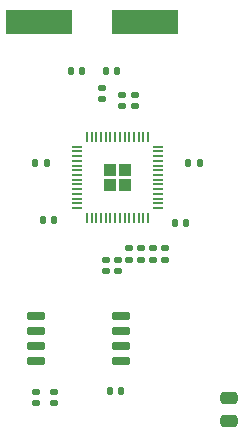
<source format=gbr>
G04 #@! TF.GenerationSoftware,KiCad,Pcbnew,(7.0.0)*
G04 #@! TF.CreationDate,2023-06-23T19:03:52+10:00*
G04 #@! TF.ProjectId,RP2040_minimal,52503230-3430-45f6-9d69-6e696d616c2e,REV1*
G04 #@! TF.SameCoordinates,Original*
G04 #@! TF.FileFunction,Paste,Bot*
G04 #@! TF.FilePolarity,Positive*
%FSLAX46Y46*%
G04 Gerber Fmt 4.6, Leading zero omitted, Abs format (unit mm)*
G04 Created by KiCad (PCBNEW (7.0.0)) date 2023-06-23 19:03:52*
%MOMM*%
%LPD*%
G01*
G04 APERTURE LIST*
G04 Aperture macros list*
%AMRoundRect*
0 Rectangle with rounded corners*
0 $1 Rounding radius*
0 $2 $3 $4 $5 $6 $7 $8 $9 X,Y pos of 4 corners*
0 Add a 4 corners polygon primitive as box body*
4,1,4,$2,$3,$4,$5,$6,$7,$8,$9,$2,$3,0*
0 Add four circle primitives for the rounded corners*
1,1,$1+$1,$2,$3*
1,1,$1+$1,$4,$5*
1,1,$1+$1,$6,$7*
1,1,$1+$1,$8,$9*
0 Add four rect primitives between the rounded corners*
20,1,$1+$1,$2,$3,$4,$5,0*
20,1,$1+$1,$4,$5,$6,$7,0*
20,1,$1+$1,$6,$7,$8,$9,0*
20,1,$1+$1,$8,$9,$2,$3,0*%
G04 Aperture macros list end*
%ADD10RoundRect,0.150000X-0.650000X-0.150000X0.650000X-0.150000X0.650000X0.150000X-0.650000X0.150000X0*%
%ADD11RoundRect,0.140000X0.170000X-0.140000X0.170000X0.140000X-0.170000X0.140000X-0.170000X-0.140000X0*%
%ADD12RoundRect,0.140000X0.140000X0.170000X-0.140000X0.170000X-0.140000X-0.170000X0.140000X-0.170000X0*%
%ADD13RoundRect,0.140000X-0.170000X0.140000X-0.170000X-0.140000X0.170000X-0.140000X0.170000X0.140000X0*%
%ADD14RoundRect,0.140000X-0.140000X-0.170000X0.140000X-0.170000X0.140000X0.170000X-0.140000X0.170000X0*%
%ADD15RoundRect,0.250000X-0.292217X-0.292217X0.292217X-0.292217X0.292217X0.292217X-0.292217X0.292217X0*%
%ADD16RoundRect,0.050000X-0.387500X-0.050000X0.387500X-0.050000X0.387500X0.050000X-0.387500X0.050000X0*%
%ADD17RoundRect,0.050000X-0.050000X-0.387500X0.050000X-0.387500X0.050000X0.387500X-0.050000X0.387500X0*%
%ADD18R,5.600000X2.100000*%
%ADD19RoundRect,0.250000X0.475000X-0.250000X0.475000X0.250000X-0.475000X0.250000X-0.475000X-0.250000X0*%
G04 APERTURE END LIST*
D10*
X153185511Y-114444489D03*
X153185511Y-113174489D03*
X153185511Y-111904489D03*
X153185511Y-110634489D03*
X160385511Y-110634489D03*
X160385511Y-111904489D03*
X160385511Y-113174489D03*
X160385511Y-114444489D03*
D11*
X153235511Y-117979489D03*
X153235511Y-117019489D03*
D12*
X160400511Y-116984489D03*
X159440511Y-116984489D03*
X154091000Y-97682000D03*
X153131000Y-97682000D03*
D13*
X163096000Y-104887000D03*
X163096000Y-105847000D03*
X164096000Y-104887000D03*
X164096000Y-105847000D03*
D14*
X160061000Y-89882000D03*
X159101000Y-89882000D03*
D13*
X154735511Y-117019489D03*
X154735511Y-117979489D03*
X160096000Y-105887000D03*
X160096000Y-106847000D03*
D14*
X166101000Y-97682000D03*
X167061000Y-97682000D03*
D11*
X160477000Y-92877000D03*
X160477000Y-91917000D03*
X161096000Y-105847000D03*
X161096000Y-104887000D03*
X161596000Y-92877000D03*
X161596000Y-91917000D03*
D12*
X154711000Y-102530000D03*
X153751000Y-102530000D03*
D15*
X159458500Y-99519500D03*
X159458500Y-98244500D03*
X160733500Y-99519500D03*
X160733500Y-98244500D03*
D16*
X156658500Y-101482000D03*
X156658500Y-101082000D03*
X156658500Y-100682000D03*
X156658500Y-100282000D03*
X156658500Y-99882000D03*
X156658500Y-99482000D03*
X156658500Y-99082000D03*
X156658500Y-98682000D03*
X156658500Y-98282000D03*
X156658500Y-97882000D03*
X156658500Y-97482000D03*
X156658500Y-97082000D03*
X156658500Y-96682000D03*
X156658500Y-96282000D03*
D17*
X157496000Y-95444500D03*
X157896000Y-95444500D03*
X158296000Y-95444500D03*
X158696000Y-95444500D03*
X159096000Y-95444500D03*
X159496000Y-95444500D03*
X159896000Y-95444500D03*
X160296000Y-95444500D03*
X160696000Y-95444500D03*
X161096000Y-95444500D03*
X161496000Y-95444500D03*
X161896000Y-95444500D03*
X162296000Y-95444500D03*
X162696000Y-95444500D03*
D16*
X163533500Y-96282000D03*
X163533500Y-96682000D03*
X163533500Y-97082000D03*
X163533500Y-97482000D03*
X163533500Y-97882000D03*
X163533500Y-98282000D03*
X163533500Y-98682000D03*
X163533500Y-99082000D03*
X163533500Y-99482000D03*
X163533500Y-99882000D03*
X163533500Y-100282000D03*
X163533500Y-100682000D03*
X163533500Y-101082000D03*
X163533500Y-101482000D03*
D17*
X162696000Y-102319500D03*
X162296000Y-102319500D03*
X161896000Y-102319500D03*
X161496000Y-102319500D03*
X161096000Y-102319500D03*
X160696000Y-102319500D03*
X160296000Y-102319500D03*
X159896000Y-102319500D03*
X159496000Y-102319500D03*
X159096000Y-102319500D03*
X158696000Y-102319500D03*
X158296000Y-102319500D03*
X157896000Y-102319500D03*
X157496000Y-102319500D03*
D12*
X157091000Y-89882000D03*
X156131000Y-89882000D03*
D11*
X162096000Y-105847000D03*
X162096000Y-104887000D03*
D13*
X159096000Y-105887000D03*
X159096000Y-106847000D03*
D14*
X164950000Y-102784000D03*
X165910000Y-102784000D03*
D11*
X158796000Y-92247000D03*
X158796000Y-91287000D03*
D18*
X162436999Y-85765999D03*
X153436999Y-85765999D03*
D19*
X169494000Y-119482000D03*
X169494000Y-117582000D03*
M02*

</source>
